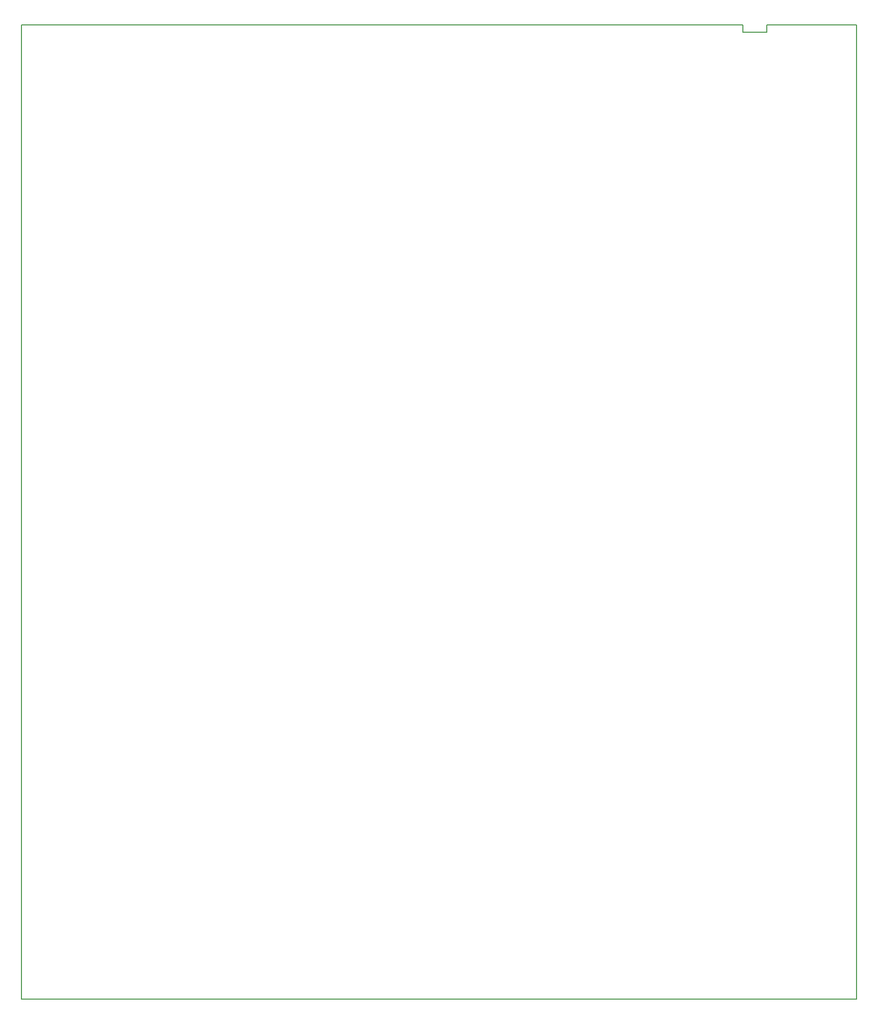
<source format=gbr>
%TF.GenerationSoftware,KiCad,Pcbnew,(5.1.0-0)*%
%TF.CreationDate,2019-04-15T22:40:15-04:00*%
%TF.ProjectId,zed-80,7a65642d-3830-42e6-9b69-6361645f7063,1*%
%TF.SameCoordinates,Original*%
%TF.FileFunction,Profile,NP*%
%FSLAX46Y46*%
G04 Gerber Fmt 4.6, Leading zero omitted, Abs format (unit mm)*
G04 Created by KiCad (PCBNEW (5.1.0-0)) date 2019-04-15 22:40:15*
%MOMM*%
%LPD*%
G04 APERTURE LIST*
%ADD10C,0.150000*%
G04 APERTURE END LIST*
D10*
X140250000Y-16300000D02*
X140250000Y-15000000D01*
X144350000Y-16300000D02*
X140250000Y-16300000D01*
X144350000Y-15000000D02*
X144350000Y-16300000D01*
X160000000Y-15000000D02*
X144350000Y-15000000D01*
X15000000Y-184000000D02*
X15000000Y-15000000D01*
X160000000Y-184000000D02*
X15000000Y-184000000D01*
X160000000Y-15000000D02*
X160000000Y-184000000D01*
X15000000Y-15000000D02*
X140250000Y-15000000D01*
M02*

</source>
